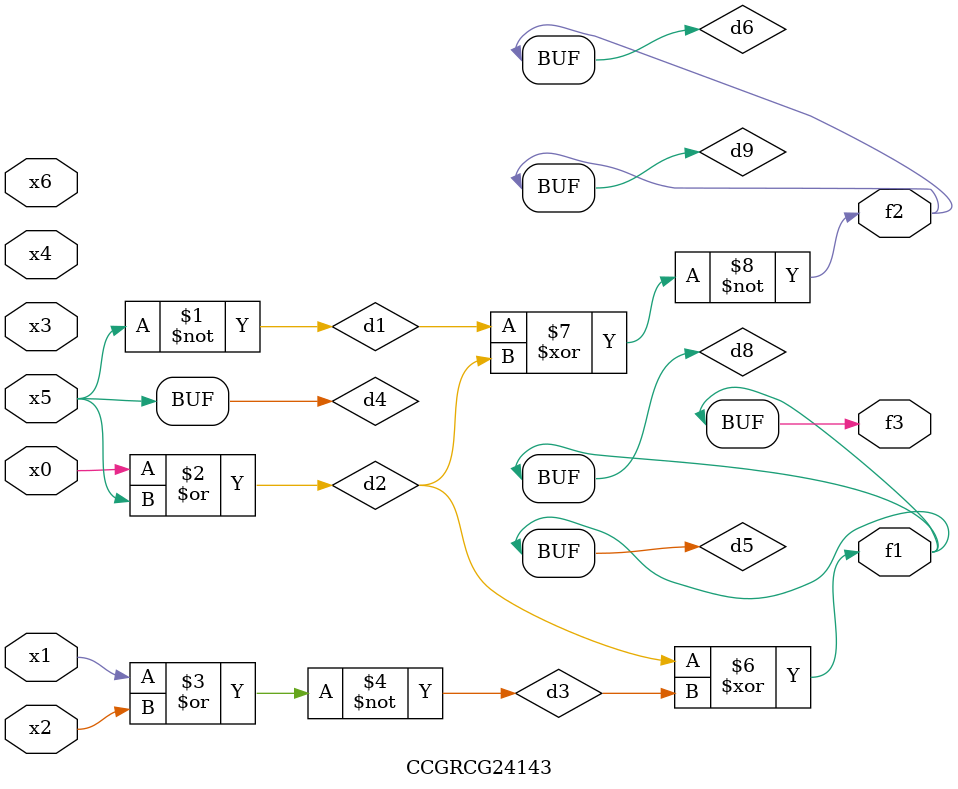
<source format=v>
module CCGRCG24143(
	input x0, x1, x2, x3, x4, x5, x6,
	output f1, f2, f3
);

	wire d1, d2, d3, d4, d5, d6, d7, d8, d9;

	nand (d1, x5);
	or (d2, x0, x5);
	nor (d3, x1, x2);
	xnor (d4, d1);
	xor (d5, d2, d3);
	xnor (d6, d1, d2);
	not (d7, x4);
	buf (d8, d5);
	xor (d9, d6);
	assign f1 = d8;
	assign f2 = d9;
	assign f3 = d8;
endmodule

</source>
